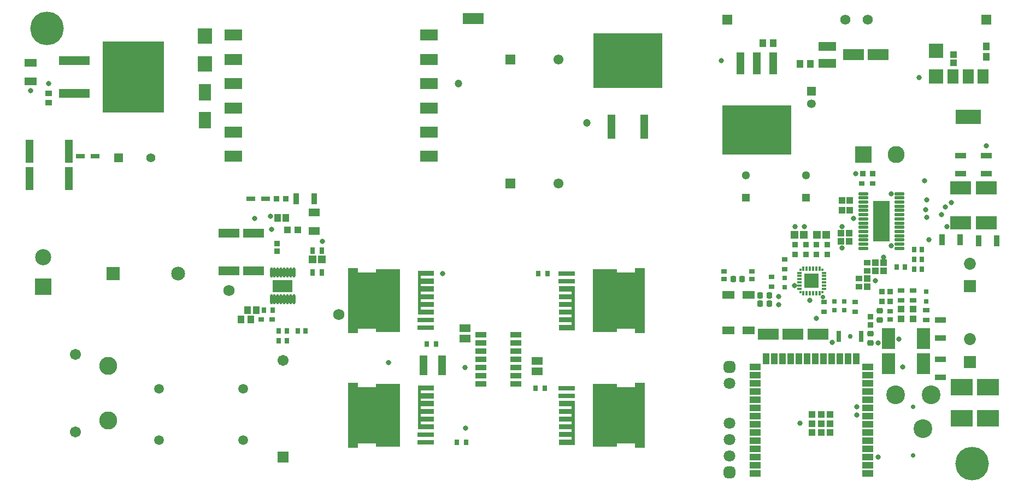
<source format=gbr>
G04*
G04 #@! TF.GenerationSoftware,Altium Limited,Altium Designer,25.5.2 (35)*
G04*
G04 Layer_Color=8388736*
%FSLAX25Y25*%
%MOIN*%
G70*
G04*
G04 #@! TF.SameCoordinates,CCCDE38D-7695-4EB3-ABC8-F25FB468ABE4*
G04*
G04*
G04 #@! TF.FilePolarity,Negative*
G04*
G01*
G75*
%ADD24R,0.03394X0.02894*%
%ADD26R,0.03772X0.03788*%
%ADD27R,0.03740X0.06693*%
%ADD29R,0.06922X0.04551*%
%ADD30R,0.04469X0.04182*%
%ADD31R,0.03379X0.03371*%
%ADD34R,0.02953X0.03937*%
%ADD36R,0.02953X0.03543*%
%ADD37R,0.03543X0.03150*%
%ADD38R,0.02593X0.03197*%
%ADD40R,0.02559X0.03543*%
%ADD59R,0.03591X0.03381*%
%ADD60R,0.03543X0.03150*%
%ADD61R,0.02756X0.02756*%
%ADD62R,0.03937X0.02953*%
%ADD63R,0.03175X0.03418*%
%ADD64R,0.03563X0.03568*%
%ADD66R,0.03985X0.04758*%
%ADD70R,0.03150X0.03150*%
%ADD71R,0.06693X0.03740*%
%ADD74R,0.03418X0.03175*%
%ADD75R,0.03150X0.06693*%
%ADD77R,0.11024X0.05512*%
%ADD79R,0.03543X0.02953*%
%ADD80R,0.13024X0.05334*%
%ADD83R,0.03381X0.03591*%
%ADD89R,0.07480X0.05118*%
%ADD93R,0.05229X0.02769*%
%ADD94R,0.03950X0.04540*%
%ADD95O,0.01784X0.06312*%
%ADD96R,0.12414X0.07729*%
%ADD97R,0.04540X0.04934*%
%ADD98R,0.03950X0.04737*%
%ADD99R,0.04816X0.11902*%
%ADD100R,0.05131X0.14186*%
%ADD101R,0.10642X0.06784*%
%ADD102R,0.06902X0.03556*%
%ADD103C,0.02790*%
%ADD104R,0.04343X0.03359*%
%ADD105R,0.07296X0.05131*%
%ADD106R,0.18910X0.05524*%
%ADD107R,0.37808X0.43320*%
%ADD108R,0.07493X0.10052*%
%ADD109R,0.06587X0.04816*%
%ADD110C,0.28347*%
%ADD111O,0.06312X0.02178*%
%ADD112R,0.10249X0.25091*%
%ADD113R,0.03162X0.01745*%
%ADD114R,0.01745X0.03162*%
%ADD115R,0.01784X0.01784*%
%ADD116R,0.09068X0.09068*%
%ADD117R,0.12611X0.06706*%
%ADD118R,0.04343X0.06706*%
%ADD119R,0.06706X0.04343*%
%ADD120R,0.04343X0.03950*%
%ADD121R,0.06706X0.08674*%
%ADD122R,0.15761X0.08674*%
%ADD123R,0.08674X0.08674*%
%ADD124R,0.03950X0.03950*%
G04:AMPARAMS|DCode=125|XSize=37.92mil|YSize=34mil|CornerRadius=7.25mil|HoleSize=0mil|Usage=FLASHONLY|Rotation=0.000|XOffset=0mil|YOffset=0mil|HoleType=Round|Shape=RoundedRectangle|*
%AMROUNDEDRECTD125*
21,1,0.03792,0.01950,0,0,0.0*
21,1,0.02342,0.03400,0,0,0.0*
1,1,0.01450,0.01171,-0.00975*
1,1,0.01450,-0.01171,-0.00975*
1,1,0.01450,-0.01171,0.00975*
1,1,0.01450,0.01171,0.00975*
%
%ADD125ROUNDEDRECTD125*%
%ADD126R,0.04147X0.03753*%
%ADD127R,0.04343X0.04343*%
%ADD128R,0.04343X0.04737*%
%ADD129R,0.42335X0.30328*%
%ADD130R,0.05131X0.13202*%
%ADD131R,0.08280X0.12611*%
%ADD132R,0.13792X0.10446*%
%ADD133R,0.12611X0.08280*%
%ADD134R,0.03950X0.04343*%
G04:AMPARAMS|DCode=135|XSize=37.92mil|YSize=34mil|CornerRadius=7.25mil|HoleSize=0mil|Usage=FLASHONLY|Rotation=90.000|XOffset=0mil|YOffset=0mil|HoleType=Round|Shape=RoundedRectangle|*
%AMROUNDEDRECTD135*
21,1,0.03792,0.01950,0,0,90.0*
21,1,0.02342,0.03400,0,0,90.0*
1,1,0.01450,0.00975,0.01171*
1,1,0.01450,0.00975,-0.01171*
1,1,0.01450,-0.00975,-0.01171*
1,1,0.01450,-0.00975,0.01171*
%
%ADD135ROUNDEDRECTD135*%
%ADD136R,0.08871X0.09658*%
%ADD137R,0.42099X0.33792*%
%ADD138R,0.04800X0.14595*%
%ADD139R,0.09843X0.03150*%
%ADD140C,0.06706*%
%ADD141R,0.06706X0.06706*%
%ADD142R,0.05524X0.05524*%
%ADD143C,0.05524*%
%ADD144R,0.09843X0.09843*%
%ADD145C,0.09843*%
%ADD146C,0.08477*%
%ADD147R,0.08477X0.08477*%
%ADD148C,0.05918*%
%ADD149C,0.11017*%
%ADD150C,0.06174*%
G04:AMPARAMS|DCode=151|XSize=70.99mil|YSize=70.99mil|CornerRadius=19.75mil|HoleSize=0mil|Usage=FLASHONLY|Rotation=90.000|XOffset=0mil|YOffset=0mil|HoleType=Round|Shape=RoundedRectangle|*
%AMROUNDEDRECTD151*
21,1,0.07099,0.03150,0,0,90.0*
21,1,0.03150,0.07099,0,0,90.0*
1,1,0.03950,0.01575,0.01575*
1,1,0.03950,0.01575,-0.01575*
1,1,0.03950,-0.01575,-0.01575*
1,1,0.03950,-0.01575,0.01575*
%
%ADD151ROUNDEDRECTD151*%
%ADD152C,0.11446*%
%ADD153C,0.05328*%
%ADD154R,0.06102X0.06102*%
%ADD155R,0.05118X0.05118*%
%ADD156C,0.07099*%
%ADD157C,0.20485*%
%ADD158C,0.06102*%
%ADD159C,0.10367*%
%ADD160R,0.10367X0.10367*%
%ADD161R,0.06174X0.06174*%
%ADD162C,0.05118*%
%ADD163C,0.02769*%
%ADD164C,0.07296*%
%ADD165R,0.07296X0.07296*%
%ADD166C,0.02953*%
%ADD167R,0.05328X0.05328*%
%ADD168C,0.03300*%
%ADD169C,0.06800*%
%ADD170C,0.02800*%
%ADD171C,0.04737*%
G36*
X306724Y163626D02*
X317748D01*
Y165594D01*
X332315D01*
Y127406D01*
X317748D01*
Y129374D01*
X306724D01*
Y126618D01*
X300819D01*
Y166382D01*
X306724D01*
Y163626D01*
D02*
G37*
G36*
X353181Y161461D02*
X345307D01*
Y159886D01*
X353181D01*
Y156736D01*
X345307D01*
Y155161D01*
X353181D01*
Y152012D01*
X345307D01*
Y150437D01*
X353181D01*
Y147287D01*
X345307D01*
Y145713D01*
X353181D01*
Y142563D01*
X345307D01*
Y140988D01*
X353181D01*
Y137839D01*
X343339D01*
Y164610D01*
X353181D01*
Y161461D01*
D02*
G37*
G36*
X306724Y233626D02*
X317748D01*
Y235595D01*
X332315D01*
Y197406D01*
X317748D01*
Y199374D01*
X306724D01*
Y196618D01*
X300819D01*
Y236382D01*
X306724D01*
Y233626D01*
D02*
G37*
G36*
X353181Y231461D02*
X345307D01*
Y229886D01*
X353181D01*
Y226736D01*
X345307D01*
Y225161D01*
X353181D01*
Y222012D01*
X345307D01*
Y220437D01*
X353181D01*
Y217287D01*
X345307D01*
Y215713D01*
X353181D01*
Y212563D01*
X345307D01*
Y210988D01*
X353181D01*
Y207839D01*
X343339D01*
Y234610D01*
X353181D01*
Y231461D01*
D02*
G37*
G36*
X439161Y128390D02*
X429319D01*
Y131539D01*
X437193D01*
Y133114D01*
X429319D01*
Y136264D01*
X437193D01*
Y137839D01*
X429319D01*
Y140988D01*
X437193D01*
Y142563D01*
X429319D01*
Y145713D01*
X437193D01*
Y147287D01*
X429319D01*
Y150437D01*
X437193D01*
Y152012D01*
X429319D01*
Y155161D01*
X439161D01*
Y128390D01*
D02*
G37*
G36*
X481681Y126618D02*
X475776D01*
Y129374D01*
X464752D01*
Y127406D01*
X450185D01*
Y165594D01*
X464752D01*
Y163626D01*
X475776D01*
Y166382D01*
X481681D01*
Y126618D01*
D02*
G37*
G36*
X439161Y198390D02*
X429319D01*
Y201539D01*
X437193D01*
Y203114D01*
X429319D01*
Y206264D01*
X437193D01*
Y207839D01*
X429319D01*
Y210988D01*
X437193D01*
Y212563D01*
X429319D01*
Y215713D01*
X437193D01*
Y217287D01*
X429319D01*
Y220437D01*
X437193D01*
Y222012D01*
X429319D01*
Y225161D01*
X439161D01*
Y198390D01*
D02*
G37*
G36*
X481681Y196618D02*
X475776D01*
Y199374D01*
X464752D01*
Y197406D01*
X450185D01*
Y235595D01*
X464752D01*
Y233626D01*
X475776D01*
Y236382D01*
X481681D01*
Y196618D01*
D02*
G37*
D24*
X631500Y205077D02*
D03*
Y209923D02*
D03*
D26*
X262862Y278500D02*
D03*
X257138D02*
D03*
D27*
X268988D02*
D03*
X280012D02*
D03*
X662988Y253500D02*
D03*
X696512Y253000D02*
D03*
X674012Y253500D02*
D03*
X685488Y253000D02*
D03*
D29*
X280000Y270114D02*
D03*
Y258886D02*
D03*
D30*
X270263Y259500D02*
D03*
X263843D02*
D03*
D31*
X257500Y251366D02*
D03*
Y246634D02*
D03*
D34*
X279047Y247000D02*
D03*
X284953D02*
D03*
Y233500D02*
D03*
X279047D02*
D03*
D36*
X270138Y198000D02*
D03*
X274862D02*
D03*
X263362D02*
D03*
X258638D02*
D03*
X263362Y192000D02*
D03*
X258638D02*
D03*
X650854Y247500D02*
D03*
Y241500D02*
D03*
Y235500D02*
D03*
X635638Y237000D02*
D03*
X646130Y235500D02*
D03*
Y247500D02*
D03*
Y241500D02*
D03*
X640362Y237000D02*
D03*
D37*
X254346Y205000D02*
D03*
X247654D02*
D03*
X614153Y288000D02*
D03*
X620847D02*
D03*
D38*
X254664Y210500D02*
D03*
X249336D02*
D03*
D40*
X415146Y163000D02*
D03*
X420854D02*
D03*
X354354Y190000D02*
D03*
X348646D02*
D03*
X416646Y233000D02*
D03*
X422354D02*
D03*
X372854Y130000D02*
D03*
X367146D02*
D03*
D59*
X573500Y244442D02*
D03*
X580000D02*
D03*
X593000D02*
D03*
X586500D02*
D03*
X593000Y250558D02*
D03*
X586500D02*
D03*
X580000D02*
D03*
X573500D02*
D03*
D60*
X567000Y241453D02*
D03*
X559000Y225047D02*
D03*
X610000Y215453D02*
D03*
X591000D02*
D03*
X610000Y209547D02*
D03*
X591000D02*
D03*
X567000Y235547D02*
D03*
X559000Y230953D02*
D03*
D61*
X567000Y224744D02*
D03*
X603500Y216043D02*
D03*
X597500D02*
D03*
X603500Y210531D02*
D03*
X597500D02*
D03*
X567000Y230256D02*
D03*
D62*
X638000Y222453D02*
D03*
X645500D02*
D03*
X653500Y210453D02*
D03*
Y204547D02*
D03*
X645500Y216547D02*
D03*
X638000D02*
D03*
D63*
X626536Y222000D02*
D03*
X631464D02*
D03*
D64*
X631364Y216000D02*
D03*
X626636D02*
D03*
D66*
X690000Y365343D02*
D03*
Y371657D02*
D03*
D70*
X653500Y221953D02*
D03*
Y216047D02*
D03*
D71*
X662000Y204512D02*
D03*
Y169488D02*
D03*
X690000Y305012D02*
D03*
Y293988D02*
D03*
X674500D02*
D03*
Y305012D02*
D03*
X662000Y180512D02*
D03*
Y193488D02*
D03*
D74*
X619500Y206464D02*
D03*
Y201536D02*
D03*
D75*
X600307Y194500D02*
D03*
X613693D02*
D03*
D77*
X593000Y361382D02*
D03*
Y371618D02*
D03*
D79*
X547000Y234362D02*
D03*
X530000D02*
D03*
Y229638D02*
D03*
X547000D02*
D03*
D80*
X243000Y234482D02*
D03*
Y257518D02*
D03*
X228000Y234482D02*
D03*
Y257518D02*
D03*
D83*
X614663Y294000D02*
D03*
X620779D02*
D03*
D89*
X532701Y219827D02*
D03*
Y198173D02*
D03*
X545299D02*
D03*
Y219827D02*
D03*
D93*
X250575Y278500D02*
D03*
X241425D02*
D03*
X146575Y304500D02*
D03*
X137425D02*
D03*
D94*
X262858Y267000D02*
D03*
X257937D02*
D03*
X244657Y210500D02*
D03*
X239342D02*
D03*
D95*
X259906Y233500D02*
D03*
X254000Y217358D02*
D03*
X255968D02*
D03*
X257937D02*
D03*
X259906D02*
D03*
X261874D02*
D03*
X263843D02*
D03*
X265811D02*
D03*
X267779D02*
D03*
X255968Y233500D02*
D03*
X257937D02*
D03*
X261874D02*
D03*
X263843D02*
D03*
X265811D02*
D03*
X267779D02*
D03*
X254000D02*
D03*
D96*
X260890Y225429D02*
D03*
D97*
X279146Y241500D02*
D03*
X284854D02*
D03*
X592354Y256500D02*
D03*
X586646D02*
D03*
X578854D02*
D03*
X573146D02*
D03*
D98*
X241453Y205000D02*
D03*
X235547D02*
D03*
D99*
X358209Y177000D02*
D03*
X346791D02*
D03*
D100*
X130508Y291000D02*
D03*
X106492D02*
D03*
Y307500D02*
D03*
X130508D02*
D03*
D101*
X230697Y363705D02*
D03*
Y348902D02*
D03*
Y334098D02*
D03*
Y319295D02*
D03*
X350303Y348902D02*
D03*
Y363705D02*
D03*
Y378508D02*
D03*
X230697Y304492D02*
D03*
X350303D02*
D03*
Y319295D02*
D03*
Y334098D02*
D03*
X230697Y378508D02*
D03*
D102*
X381772Y165500D02*
D03*
X403228Y175500D02*
D03*
Y180500D02*
D03*
Y195500D02*
D03*
X381772Y170500D02*
D03*
X403228Y190500D02*
D03*
Y185500D02*
D03*
Y170500D02*
D03*
Y165500D02*
D03*
X381772Y175500D02*
D03*
Y180500D02*
D03*
Y185500D02*
D03*
Y190500D02*
D03*
Y195500D02*
D03*
D103*
X436086Y129940D02*
D03*
X346414Y163060D02*
D03*
X436086Y199940D02*
D03*
X346414Y233060D02*
D03*
D104*
X118000Y337146D02*
D03*
Y342854D02*
D03*
D105*
X107000Y361610D02*
D03*
Y350390D02*
D03*
D106*
X133886Y343000D02*
D03*
Y363000D02*
D03*
D107*
X169909Y353000D02*
D03*
D108*
X213500Y326571D02*
D03*
Y343500D02*
D03*
D109*
X416000Y179650D02*
D03*
Y173350D02*
D03*
X372000Y193350D02*
D03*
Y199650D02*
D03*
D110*
X465933Y146500D02*
D03*
Y216500D02*
D03*
X316567D02*
D03*
Y146500D02*
D03*
D111*
X615000Y266323D02*
D03*
Y276559D02*
D03*
Y274000D02*
D03*
Y261205D02*
D03*
Y258646D02*
D03*
Y256087D02*
D03*
Y253528D02*
D03*
Y250969D02*
D03*
X637047Y276559D02*
D03*
Y274000D02*
D03*
Y268882D02*
D03*
Y266323D02*
D03*
Y263764D02*
D03*
Y261205D02*
D03*
Y256087D02*
D03*
Y253528D02*
D03*
X615000Y281677D02*
D03*
Y279118D02*
D03*
X637047Y281677D02*
D03*
Y279118D02*
D03*
Y250969D02*
D03*
Y248410D02*
D03*
X615000D02*
D03*
X637047Y258646D02*
D03*
Y271441D02*
D03*
X615000Y263764D02*
D03*
Y271441D02*
D03*
Y268882D02*
D03*
D112*
X626024Y265043D02*
D03*
D113*
X576020Y223579D02*
D03*
Y227516D02*
D03*
Y229484D02*
D03*
Y231453D02*
D03*
Y233421D02*
D03*
X590980Y231453D02*
D03*
X576020Y225547D02*
D03*
X590980Y233421D02*
D03*
Y227516D02*
D03*
Y229484D02*
D03*
Y225547D02*
D03*
Y223579D02*
D03*
D114*
X586453Y221020D02*
D03*
X582516D02*
D03*
X580547D02*
D03*
X578579D02*
D03*
X588421D02*
D03*
X580547Y235980D02*
D03*
X578579D02*
D03*
X586453D02*
D03*
X582516D02*
D03*
X584484D02*
D03*
X588421D02*
D03*
X584484Y221020D02*
D03*
D115*
X576709Y235291D02*
D03*
X590291D02*
D03*
X576709Y221709D02*
D03*
X590291D02*
D03*
D116*
X583500Y228500D02*
D03*
D117*
X587500Y196000D02*
D03*
X572250D02*
D03*
X557000D02*
D03*
X624000Y366500D02*
D03*
X377000Y388500D02*
D03*
X609000Y366500D02*
D03*
D118*
X575949Y180921D02*
D03*
X570949D02*
D03*
X565949D02*
D03*
X555949D02*
D03*
X560949D02*
D03*
X580949D02*
D03*
X585949D02*
D03*
X590949D02*
D03*
X595949D02*
D03*
X600949D02*
D03*
X605949D02*
D03*
X610949D02*
D03*
D119*
X617898Y116000D02*
D03*
Y111000D02*
D03*
X549000D02*
D03*
Y116000D02*
D03*
Y121000D02*
D03*
Y126000D02*
D03*
Y131000D02*
D03*
Y136000D02*
D03*
Y141000D02*
D03*
Y146000D02*
D03*
Y151000D02*
D03*
Y156000D02*
D03*
Y161000D02*
D03*
Y166000D02*
D03*
Y171000D02*
D03*
Y176000D02*
D03*
X617898D02*
D03*
Y171000D02*
D03*
Y166000D02*
D03*
Y161000D02*
D03*
Y156000D02*
D03*
Y141000D02*
D03*
Y136000D02*
D03*
Y131000D02*
D03*
Y126000D02*
D03*
Y121000D02*
D03*
Y146000D02*
D03*
Y151000D02*
D03*
D120*
X670000Y366461D02*
D03*
X627500Y234539D02*
D03*
X622500D02*
D03*
X617500Y225039D02*
D03*
X627500Y239461D02*
D03*
X622500D02*
D03*
X617500Y229961D02*
D03*
X670000Y361539D02*
D03*
D121*
X688055Y353402D02*
D03*
X679000D02*
D03*
X669945D02*
D03*
D122*
X679000Y328598D02*
D03*
D123*
X659500Y368874D02*
D03*
Y353126D02*
D03*
D124*
X645500Y205435D02*
D03*
X638000D02*
D03*
X645500Y211340D02*
D03*
X638000D02*
D03*
D125*
X625000Y210256D02*
D03*
Y204744D02*
D03*
X619500Y196256D02*
D03*
Y190744D02*
D03*
D126*
X612500Y224941D02*
D03*
X617500Y239559D02*
D03*
Y234441D02*
D03*
X612500Y230059D02*
D03*
D127*
X594866Y146906D02*
D03*
Y141394D02*
D03*
Y135882D02*
D03*
X589354Y146906D02*
D03*
X583843D02*
D03*
X589354Y141394D02*
D03*
Y135882D02*
D03*
X583843Y141394D02*
D03*
Y135882D02*
D03*
D128*
X582650Y361000D02*
D03*
X553850Y373500D02*
D03*
X560150D02*
D03*
X576350Y361000D02*
D03*
D129*
X550000Y320555D02*
D03*
D130*
X540000Y361106D02*
D03*
X550000D02*
D03*
X560000D02*
D03*
D131*
X651886Y193408D02*
D03*
X630626D02*
D03*
X651886Y177908D02*
D03*
X630626D02*
D03*
D132*
X691000Y163449D02*
D03*
Y144551D02*
D03*
X675000Y163449D02*
D03*
Y144551D02*
D03*
D133*
X690000Y263870D02*
D03*
Y285130D02*
D03*
X674500Y263870D02*
D03*
Y285130D02*
D03*
D134*
X602039Y271500D02*
D03*
X606961D02*
D03*
X602039Y277500D02*
D03*
X606961D02*
D03*
X601539Y257500D02*
D03*
X606461D02*
D03*
X601539Y252500D02*
D03*
X606461D02*
D03*
D135*
X557756Y219500D02*
D03*
X552244D02*
D03*
X557756Y214500D02*
D03*
X552244D02*
D03*
X541256Y229500D02*
D03*
X535744D02*
D03*
D136*
X213500Y377929D02*
D03*
Y361000D02*
D03*
D137*
X471500Y362854D02*
D03*
D138*
X481500Y322500D02*
D03*
X461500D02*
D03*
D139*
X434240Y158311D02*
D03*
Y163035D02*
D03*
Y228311D02*
D03*
Y233035D02*
D03*
X348260Y134689D02*
D03*
Y129965D02*
D03*
Y204689D02*
D03*
Y199965D02*
D03*
D140*
X261000Y180000D02*
D03*
X134500Y136256D02*
D03*
Y183500D02*
D03*
D141*
X261000Y120945D02*
D03*
D142*
X160815Y303500D02*
D03*
D143*
X180500D02*
D03*
D144*
X114779Y224890D02*
D03*
D145*
Y243000D02*
D03*
D146*
X197000Y233000D02*
D03*
D147*
X157630D02*
D03*
D148*
X236681Y131181D02*
D03*
X185500D02*
D03*
Y162677D02*
D03*
X236681D02*
D03*
D149*
X154500Y176610D02*
D03*
Y143146D02*
D03*
D150*
X617913Y388000D02*
D03*
X604087D02*
D03*
D151*
X533500Y111500D02*
D03*
Y176000D02*
D03*
D152*
X651405Y138142D02*
D03*
X656327Y159008D02*
D03*
X634673D02*
D03*
D153*
X583500Y336500D02*
D03*
D154*
X399736Y363500D02*
D03*
Y288000D02*
D03*
D155*
X580000Y279110D02*
D03*
X543500D02*
D03*
D156*
X533500Y166000D02*
D03*
Y141500D02*
D03*
Y131500D02*
D03*
Y121500D02*
D03*
D157*
X117000Y382500D02*
D03*
X681500Y117000D02*
D03*
D158*
X429264Y288000D02*
D03*
Y363500D02*
D03*
D159*
X635000Y305500D02*
D03*
D160*
X615000D02*
D03*
D161*
X532000Y388000D02*
D03*
X690000D02*
D03*
D162*
X543500Y292890D02*
D03*
X580000D02*
D03*
D163*
X645500Y151528D02*
D03*
Y122000D02*
D03*
X265220Y223264D02*
D03*
Y227594D02*
D03*
X256559D02*
D03*
Y223264D02*
D03*
X260890Y227594D02*
D03*
Y223264D02*
D03*
X628189Y267209D02*
D03*
Y254217D02*
D03*
Y262878D02*
D03*
Y258547D02*
D03*
Y275870D02*
D03*
X623858Y271539D02*
D03*
X628189D02*
D03*
X623858Y275870D02*
D03*
Y258547D02*
D03*
Y262878D02*
D03*
Y254217D02*
D03*
Y267209D02*
D03*
D164*
X680000Y239000D02*
D03*
Y192780D02*
D03*
D165*
Y225220D02*
D03*
Y179000D02*
D03*
D166*
X607000Y194500D02*
D03*
D167*
X583500Y344374D02*
D03*
D168*
X665975Y261475D02*
D03*
X653896Y267239D02*
D03*
X285000Y252500D02*
D03*
X254000Y260000D02*
D03*
X573000Y225500D02*
D03*
X243865Y266500D02*
D03*
X253500Y268000D02*
D03*
X107000Y344500D02*
D03*
X118000Y349000D02*
D03*
X662677Y269000D02*
D03*
X586500Y205500D02*
D03*
X582500Y216500D02*
D03*
X622500Y228500D02*
D03*
X576500Y141500D02*
D03*
X652500Y289500D02*
D03*
X655000Y253500D02*
D03*
X653000Y272000D02*
D03*
X639070Y176019D02*
D03*
X653782Y278000D02*
D03*
X668753Y276370D02*
D03*
X665000Y273649D02*
D03*
X636835Y193000D02*
D03*
X632000Y250000D02*
D03*
Y281500D02*
D03*
X573500Y261500D02*
D03*
X690000Y311000D02*
D03*
X602001Y261603D02*
D03*
X609000Y266500D02*
D03*
X602000Y248500D02*
D03*
X627500Y243000D02*
D03*
X579000Y261500D02*
D03*
X596000Y191000D02*
D03*
X610500Y294000D02*
D03*
X611000Y151500D02*
D03*
X563500Y219000D02*
D03*
X624000Y190500D02*
D03*
Y121000D02*
D03*
X611000Y146500D02*
D03*
X563500Y214000D02*
D03*
X528500Y363000D02*
D03*
X649000Y352500D02*
D03*
X358500Y233000D02*
D03*
X325500Y178500D02*
D03*
X372500Y138500D02*
D03*
X372000Y175500D02*
D03*
D169*
X228000Y222500D02*
D03*
X295000Y208000D02*
D03*
D170*
X590500Y218528D02*
D03*
D171*
X446500Y325000D02*
D03*
X368000Y349000D02*
D03*
M02*

</source>
